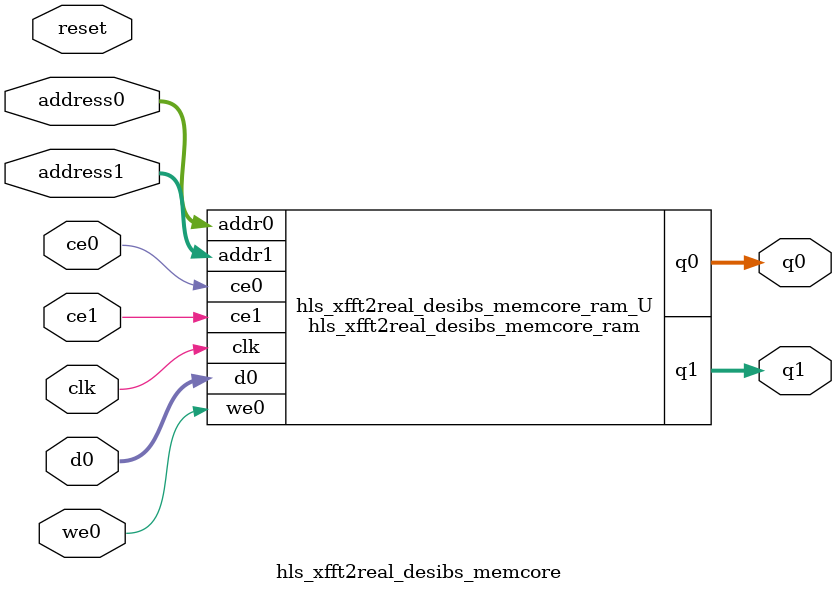
<source format=v>
`timescale 1 ns / 1 ps
module hls_xfft2real_desibs_memcore_ram (addr0, ce0, d0, we0, q0, addr1, ce1, q1,  clk);

parameter DWIDTH = 16;
parameter AWIDTH = 8;
parameter MEM_SIZE = 256;

input[AWIDTH-1:0] addr0;
input ce0;
input[DWIDTH-1:0] d0;
input we0;
output reg[DWIDTH-1:0] q0;
input[AWIDTH-1:0] addr1;
input ce1;
output reg[DWIDTH-1:0] q1;
input clk;

(* ram_style = "block" *)reg [DWIDTH-1:0] ram[0:MEM_SIZE-1];




always @(posedge clk)  
begin 
    if (ce0) begin
        if (we0) 
            ram[addr0] <= d0; 
        q0 <= ram[addr0];
    end
end


always @(posedge clk)  
begin 
    if (ce1) begin
        q1 <= ram[addr1];
    end
end


endmodule

`timescale 1 ns / 1 ps
module hls_xfft2real_desibs_memcore(
    reset,
    clk,
    address0,
    ce0,
    we0,
    d0,
    q0,
    address1,
    ce1,
    q1);

parameter DataWidth = 32'd16;
parameter AddressRange = 32'd256;
parameter AddressWidth = 32'd8;
input reset;
input clk;
input[AddressWidth - 1:0] address0;
input ce0;
input we0;
input[DataWidth - 1:0] d0;
output[DataWidth - 1:0] q0;
input[AddressWidth - 1:0] address1;
input ce1;
output[DataWidth - 1:0] q1;



hls_xfft2real_desibs_memcore_ram hls_xfft2real_desibs_memcore_ram_U(
    .clk( clk ),
    .addr0( address0 ),
    .ce0( ce0 ),
    .we0( we0 ),
    .d0( d0 ),
    .q0( q0 ),
    .addr1( address1 ),
    .ce1( ce1 ),
    .q1( q1 ));

endmodule


</source>
